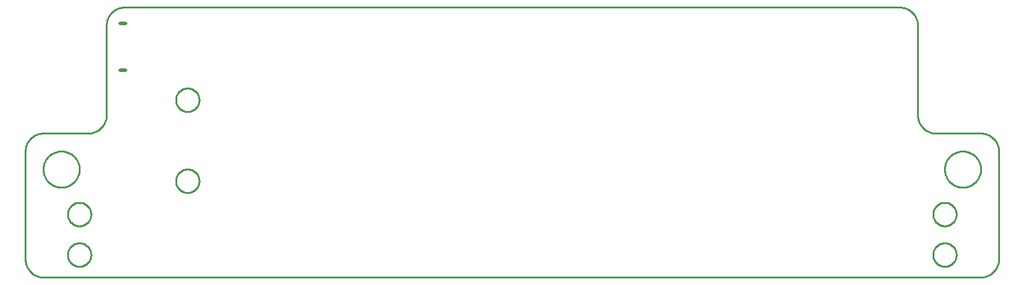
<source format=gbr>
G04 EAGLE Gerber RS-274X export*
G75*
%MOMM*%
%FSLAX34Y34*%
%LPD*%
%IN*%
%IPPOS*%
%AMOC8*
5,1,8,0,0,1.08239X$1,22.5*%
G01*
%ADD10C,0.508000*%
%ADD11C,0.254000*%


D10*
X140970Y358120D02*
X133350Y358120D01*
X133350Y292120D02*
X140970Y292120D01*
D11*
X0Y25400D02*
X97Y23186D01*
X386Y20989D01*
X865Y18826D01*
X1532Y16713D01*
X2380Y14666D01*
X3403Y12700D01*
X4594Y10831D01*
X5942Y9073D01*
X7440Y7440D01*
X9073Y5942D01*
X10831Y4594D01*
X12700Y3403D01*
X14666Y2380D01*
X16713Y1532D01*
X18826Y865D01*
X20989Y386D01*
X23186Y97D01*
X25400Y0D01*
X1346200Y0D01*
X1348414Y97D01*
X1350611Y386D01*
X1352774Y865D01*
X1354887Y1532D01*
X1356935Y2380D01*
X1358900Y3403D01*
X1360769Y4594D01*
X1362527Y5942D01*
X1364161Y7440D01*
X1365658Y9073D01*
X1367006Y10831D01*
X1368197Y12700D01*
X1369220Y14666D01*
X1370068Y16713D01*
X1370735Y18826D01*
X1371214Y20989D01*
X1371503Y23186D01*
X1371600Y25400D01*
X1371600Y177800D01*
X1371503Y180014D01*
X1371214Y182211D01*
X1370735Y184374D01*
X1370068Y186487D01*
X1369220Y188535D01*
X1368197Y190500D01*
X1367006Y192369D01*
X1365658Y194127D01*
X1364161Y195761D01*
X1362527Y197258D01*
X1360769Y198606D01*
X1358900Y199797D01*
X1356935Y200820D01*
X1354887Y201668D01*
X1352774Y202335D01*
X1350611Y202814D01*
X1348414Y203103D01*
X1346200Y203200D01*
X1282700Y203200D01*
X1280486Y203297D01*
X1278289Y203586D01*
X1276126Y204065D01*
X1274013Y204732D01*
X1271966Y205580D01*
X1270000Y206603D01*
X1268131Y207794D01*
X1266373Y209142D01*
X1264740Y210640D01*
X1263242Y212273D01*
X1261894Y214031D01*
X1260703Y215900D01*
X1259680Y217866D01*
X1258832Y219913D01*
X1258165Y222026D01*
X1257686Y224189D01*
X1257397Y226386D01*
X1257300Y228600D01*
X1257300Y355600D01*
X1257203Y357814D01*
X1256914Y360011D01*
X1256435Y362174D01*
X1255768Y364287D01*
X1254920Y366335D01*
X1253897Y368300D01*
X1252706Y370169D01*
X1251358Y371927D01*
X1249861Y373561D01*
X1248227Y375058D01*
X1246469Y376406D01*
X1244600Y377597D01*
X1242635Y378620D01*
X1240587Y379468D01*
X1238474Y380135D01*
X1236311Y380614D01*
X1234114Y380903D01*
X1231900Y381000D01*
X139700Y381000D01*
X137486Y380903D01*
X135289Y380614D01*
X133126Y380135D01*
X131013Y379468D01*
X128966Y378620D01*
X127000Y377597D01*
X125131Y376406D01*
X123373Y375058D01*
X121740Y373561D01*
X120242Y371927D01*
X118894Y370169D01*
X117703Y368300D01*
X116680Y366335D01*
X115832Y364287D01*
X115165Y362174D01*
X114686Y360011D01*
X114397Y357814D01*
X114300Y355600D01*
X114300Y228600D01*
X114203Y226386D01*
X113914Y224189D01*
X113435Y222026D01*
X112768Y219913D01*
X111920Y217866D01*
X110897Y215900D01*
X109706Y214031D01*
X108358Y212273D01*
X106861Y210640D01*
X105227Y209142D01*
X103469Y207794D01*
X101600Y206603D01*
X99635Y205580D01*
X97587Y204732D01*
X95474Y204065D01*
X93311Y203586D01*
X91114Y203297D01*
X88900Y203200D01*
X25400Y203200D01*
X23186Y203103D01*
X20989Y202814D01*
X18826Y202335D01*
X16713Y201668D01*
X14666Y200820D01*
X12700Y199797D01*
X10831Y198606D01*
X9073Y197258D01*
X7440Y195761D01*
X5942Y194127D01*
X4594Y192369D01*
X3403Y190500D01*
X2380Y188535D01*
X1532Y186487D01*
X865Y184374D01*
X386Y182211D01*
X97Y180014D01*
X0Y177800D01*
X0Y25400D01*
X76200Y151687D02*
X76120Y150264D01*
X75961Y148848D01*
X75722Y147443D01*
X75405Y146053D01*
X75010Y144684D01*
X74539Y143338D01*
X73994Y142021D01*
X73375Y140737D01*
X72686Y139490D01*
X71928Y138283D01*
X71103Y137121D01*
X70214Y136006D01*
X69264Y134943D01*
X68257Y133936D01*
X67194Y132986D01*
X66079Y132097D01*
X64917Y131272D01*
X63710Y130514D01*
X62463Y129825D01*
X61179Y129206D01*
X59862Y128661D01*
X58516Y128190D01*
X57147Y127795D01*
X55757Y127478D01*
X54352Y127240D01*
X52936Y127080D01*
X51513Y127000D01*
X50087Y127000D01*
X48664Y127080D01*
X47248Y127240D01*
X45843Y127478D01*
X44453Y127795D01*
X43084Y128190D01*
X41738Y128661D01*
X40421Y129206D01*
X39137Y129825D01*
X37890Y130514D01*
X36683Y131272D01*
X35521Y132097D01*
X34406Y132986D01*
X33343Y133936D01*
X32336Y134943D01*
X31386Y136006D01*
X30497Y137121D01*
X29672Y138283D01*
X28914Y139490D01*
X28225Y140737D01*
X27606Y142021D01*
X27061Y143338D01*
X26590Y144684D01*
X26195Y146053D01*
X25878Y147443D01*
X25640Y148848D01*
X25480Y150264D01*
X25400Y151687D01*
X25400Y153113D01*
X25480Y154536D01*
X25640Y155952D01*
X25878Y157357D01*
X26195Y158747D01*
X26590Y160116D01*
X27061Y161462D01*
X27606Y162779D01*
X28225Y164063D01*
X28914Y165310D01*
X29672Y166517D01*
X30497Y167679D01*
X31386Y168794D01*
X32336Y169857D01*
X33343Y170864D01*
X34406Y171814D01*
X35521Y172703D01*
X36683Y173528D01*
X37890Y174286D01*
X39137Y174975D01*
X40421Y175594D01*
X41738Y176139D01*
X43084Y176610D01*
X44453Y177005D01*
X45843Y177322D01*
X47248Y177561D01*
X48664Y177720D01*
X50087Y177800D01*
X51513Y177800D01*
X52936Y177720D01*
X54352Y177561D01*
X55757Y177322D01*
X57147Y177005D01*
X58516Y176610D01*
X59862Y176139D01*
X61179Y175594D01*
X62463Y174975D01*
X63710Y174286D01*
X64917Y173528D01*
X66079Y172703D01*
X67194Y171814D01*
X68257Y170864D01*
X69264Y169857D01*
X70214Y168794D01*
X71103Y167679D01*
X71928Y166517D01*
X72686Y165310D01*
X73375Y164063D01*
X73994Y162779D01*
X74539Y161462D01*
X75010Y160116D01*
X75405Y158747D01*
X75722Y157357D01*
X75961Y155952D01*
X76120Y154536D01*
X76200Y153113D01*
X76200Y151687D01*
X1346200Y151687D02*
X1346120Y150264D01*
X1345961Y148848D01*
X1345722Y147443D01*
X1345405Y146053D01*
X1345010Y144684D01*
X1344539Y143338D01*
X1343994Y142021D01*
X1343375Y140737D01*
X1342686Y139490D01*
X1341928Y138283D01*
X1341103Y137121D01*
X1340214Y136006D01*
X1339264Y134943D01*
X1338257Y133936D01*
X1337194Y132986D01*
X1336079Y132097D01*
X1334917Y131272D01*
X1333710Y130514D01*
X1332463Y129825D01*
X1331179Y129206D01*
X1329862Y128661D01*
X1328516Y128190D01*
X1327147Y127795D01*
X1325757Y127478D01*
X1324352Y127240D01*
X1322936Y127080D01*
X1321513Y127000D01*
X1320087Y127000D01*
X1318664Y127080D01*
X1317248Y127240D01*
X1315843Y127478D01*
X1314453Y127795D01*
X1313084Y128190D01*
X1311738Y128661D01*
X1310421Y129206D01*
X1309137Y129825D01*
X1307890Y130514D01*
X1306683Y131272D01*
X1305521Y132097D01*
X1304406Y132986D01*
X1303343Y133936D01*
X1302336Y134943D01*
X1301386Y136006D01*
X1300497Y137121D01*
X1299672Y138283D01*
X1298914Y139490D01*
X1298225Y140737D01*
X1297606Y142021D01*
X1297061Y143338D01*
X1296590Y144684D01*
X1296195Y146053D01*
X1295878Y147443D01*
X1295640Y148848D01*
X1295480Y150264D01*
X1295400Y151687D01*
X1295400Y153113D01*
X1295480Y154536D01*
X1295640Y155952D01*
X1295878Y157357D01*
X1296195Y158747D01*
X1296590Y160116D01*
X1297061Y161462D01*
X1297606Y162779D01*
X1298225Y164063D01*
X1298914Y165310D01*
X1299672Y166517D01*
X1300497Y167679D01*
X1301386Y168794D01*
X1302336Y169857D01*
X1303343Y170864D01*
X1304406Y171814D01*
X1305521Y172703D01*
X1306683Y173528D01*
X1307890Y174286D01*
X1309137Y174975D01*
X1310421Y175594D01*
X1311738Y176139D01*
X1313084Y176610D01*
X1314453Y177005D01*
X1315843Y177322D01*
X1317248Y177561D01*
X1318664Y177720D01*
X1320087Y177800D01*
X1321513Y177800D01*
X1322936Y177720D01*
X1324352Y177561D01*
X1325757Y177322D01*
X1327147Y177005D01*
X1328516Y176610D01*
X1329862Y176139D01*
X1331179Y175594D01*
X1332463Y174975D01*
X1333710Y174286D01*
X1334917Y173528D01*
X1336079Y172703D01*
X1337194Y171814D01*
X1338257Y170864D01*
X1339264Y169857D01*
X1340214Y168794D01*
X1341103Y167679D01*
X1341928Y166517D01*
X1342686Y165310D01*
X1343375Y164063D01*
X1343994Y162779D01*
X1344539Y161462D01*
X1345010Y160116D01*
X1345405Y158747D01*
X1345722Y157357D01*
X1345961Y155952D01*
X1346120Y154536D01*
X1346200Y153113D01*
X1346200Y151687D01*
X92710Y88360D02*
X92639Y87281D01*
X92498Y86209D01*
X92287Y85149D01*
X92008Y84105D01*
X91660Y83081D01*
X91246Y82083D01*
X90768Y81113D01*
X90228Y80177D01*
X89627Y79278D01*
X88969Y78421D01*
X88257Y77608D01*
X87492Y76844D01*
X86679Y76131D01*
X85822Y75473D01*
X84923Y74872D01*
X83987Y74332D01*
X83017Y73854D01*
X82019Y73440D01*
X80995Y73092D01*
X79951Y72813D01*
X78891Y72602D01*
X77819Y72461D01*
X76740Y72390D01*
X75660Y72390D01*
X74581Y72461D01*
X73509Y72602D01*
X72449Y72813D01*
X71405Y73092D01*
X70381Y73440D01*
X69383Y73854D01*
X68413Y74332D01*
X67477Y74872D01*
X66578Y75473D01*
X65721Y76131D01*
X64908Y76844D01*
X64144Y77608D01*
X63431Y78421D01*
X62773Y79278D01*
X62172Y80177D01*
X61632Y81113D01*
X61154Y82083D01*
X60740Y83081D01*
X60392Y84105D01*
X60113Y85149D01*
X59902Y86209D01*
X59761Y87281D01*
X59690Y88360D01*
X59690Y89440D01*
X59761Y90519D01*
X59902Y91591D01*
X60113Y92651D01*
X60392Y93695D01*
X60740Y94719D01*
X61154Y95717D01*
X61632Y96687D01*
X62172Y97623D01*
X62773Y98522D01*
X63431Y99379D01*
X64144Y100192D01*
X64908Y100957D01*
X65721Y101669D01*
X66578Y102327D01*
X67477Y102928D01*
X68413Y103468D01*
X69383Y103946D01*
X70381Y104360D01*
X71405Y104708D01*
X72449Y104987D01*
X73509Y105198D01*
X74581Y105339D01*
X75660Y105410D01*
X76740Y105410D01*
X77819Y105339D01*
X78891Y105198D01*
X79951Y104987D01*
X80995Y104708D01*
X82019Y104360D01*
X83017Y103946D01*
X83987Y103468D01*
X84923Y102928D01*
X85822Y102327D01*
X86679Y101669D01*
X87492Y100957D01*
X88257Y100192D01*
X88969Y99379D01*
X89627Y98522D01*
X90228Y97623D01*
X90768Y96687D01*
X91246Y95717D01*
X91660Y94719D01*
X92008Y93695D01*
X92287Y92651D01*
X92498Y91591D01*
X92639Y90519D01*
X92710Y89440D01*
X92710Y88360D01*
X92710Y31210D02*
X92639Y30131D01*
X92498Y29059D01*
X92287Y27999D01*
X92008Y26955D01*
X91660Y25931D01*
X91246Y24933D01*
X90768Y23963D01*
X90228Y23027D01*
X89627Y22128D01*
X88969Y21271D01*
X88257Y20458D01*
X87492Y19694D01*
X86679Y18981D01*
X85822Y18323D01*
X84923Y17722D01*
X83987Y17182D01*
X83017Y16704D01*
X82019Y16290D01*
X80995Y15942D01*
X79951Y15663D01*
X78891Y15452D01*
X77819Y15311D01*
X76740Y15240D01*
X75660Y15240D01*
X74581Y15311D01*
X73509Y15452D01*
X72449Y15663D01*
X71405Y15942D01*
X70381Y16290D01*
X69383Y16704D01*
X68413Y17182D01*
X67477Y17722D01*
X66578Y18323D01*
X65721Y18981D01*
X64908Y19694D01*
X64144Y20458D01*
X63431Y21271D01*
X62773Y22128D01*
X62172Y23027D01*
X61632Y23963D01*
X61154Y24933D01*
X60740Y25931D01*
X60392Y26955D01*
X60113Y27999D01*
X59902Y29059D01*
X59761Y30131D01*
X59690Y31210D01*
X59690Y32290D01*
X59761Y33369D01*
X59902Y34441D01*
X60113Y35501D01*
X60392Y36545D01*
X60740Y37569D01*
X61154Y38567D01*
X61632Y39537D01*
X62172Y40473D01*
X62773Y41372D01*
X63431Y42229D01*
X64144Y43042D01*
X64908Y43807D01*
X65721Y44519D01*
X66578Y45177D01*
X67477Y45778D01*
X68413Y46318D01*
X69383Y46796D01*
X70381Y47210D01*
X71405Y47558D01*
X72449Y47837D01*
X73509Y48048D01*
X74581Y48189D01*
X75660Y48260D01*
X76740Y48260D01*
X77819Y48189D01*
X78891Y48048D01*
X79951Y47837D01*
X80995Y47558D01*
X82019Y47210D01*
X83017Y46796D01*
X83987Y46318D01*
X84923Y45778D01*
X85822Y45177D01*
X86679Y44519D01*
X87492Y43807D01*
X88257Y43042D01*
X88969Y42229D01*
X89627Y41372D01*
X90228Y40473D01*
X90768Y39537D01*
X91246Y38567D01*
X91660Y37569D01*
X92008Y36545D01*
X92287Y35501D01*
X92498Y34441D01*
X92639Y33369D01*
X92710Y32290D01*
X92710Y31210D01*
X1311910Y31210D02*
X1311839Y30131D01*
X1311698Y29059D01*
X1311487Y27999D01*
X1311208Y26955D01*
X1310860Y25931D01*
X1310446Y24933D01*
X1309968Y23963D01*
X1309428Y23027D01*
X1308827Y22128D01*
X1308169Y21271D01*
X1307457Y20458D01*
X1306692Y19694D01*
X1305879Y18981D01*
X1305022Y18323D01*
X1304123Y17722D01*
X1303187Y17182D01*
X1302217Y16704D01*
X1301219Y16290D01*
X1300195Y15942D01*
X1299151Y15663D01*
X1298091Y15452D01*
X1297019Y15311D01*
X1295940Y15240D01*
X1294860Y15240D01*
X1293781Y15311D01*
X1292709Y15452D01*
X1291649Y15663D01*
X1290605Y15942D01*
X1289581Y16290D01*
X1288583Y16704D01*
X1287613Y17182D01*
X1286677Y17722D01*
X1285778Y18323D01*
X1284921Y18981D01*
X1284108Y19694D01*
X1283344Y20458D01*
X1282631Y21271D01*
X1281973Y22128D01*
X1281372Y23027D01*
X1280832Y23963D01*
X1280354Y24933D01*
X1279940Y25931D01*
X1279592Y26955D01*
X1279313Y27999D01*
X1279102Y29059D01*
X1278961Y30131D01*
X1278890Y31210D01*
X1278890Y32290D01*
X1278961Y33369D01*
X1279102Y34441D01*
X1279313Y35501D01*
X1279592Y36545D01*
X1279940Y37569D01*
X1280354Y38567D01*
X1280832Y39537D01*
X1281372Y40473D01*
X1281973Y41372D01*
X1282631Y42229D01*
X1283344Y43042D01*
X1284108Y43807D01*
X1284921Y44519D01*
X1285778Y45177D01*
X1286677Y45778D01*
X1287613Y46318D01*
X1288583Y46796D01*
X1289581Y47210D01*
X1290605Y47558D01*
X1291649Y47837D01*
X1292709Y48048D01*
X1293781Y48189D01*
X1294860Y48260D01*
X1295940Y48260D01*
X1297019Y48189D01*
X1298091Y48048D01*
X1299151Y47837D01*
X1300195Y47558D01*
X1301219Y47210D01*
X1302217Y46796D01*
X1303187Y46318D01*
X1304123Y45778D01*
X1305022Y45177D01*
X1305879Y44519D01*
X1306692Y43807D01*
X1307457Y43042D01*
X1308169Y42229D01*
X1308827Y41372D01*
X1309428Y40473D01*
X1309968Y39537D01*
X1310446Y38567D01*
X1310860Y37569D01*
X1311208Y36545D01*
X1311487Y35501D01*
X1311698Y34441D01*
X1311839Y33369D01*
X1311910Y32290D01*
X1311910Y31210D01*
X1311910Y88360D02*
X1311839Y87281D01*
X1311698Y86209D01*
X1311487Y85149D01*
X1311208Y84105D01*
X1310860Y83081D01*
X1310446Y82083D01*
X1309968Y81113D01*
X1309428Y80177D01*
X1308827Y79278D01*
X1308169Y78421D01*
X1307457Y77608D01*
X1306692Y76844D01*
X1305879Y76131D01*
X1305022Y75473D01*
X1304123Y74872D01*
X1303187Y74332D01*
X1302217Y73854D01*
X1301219Y73440D01*
X1300195Y73092D01*
X1299151Y72813D01*
X1298091Y72602D01*
X1297019Y72461D01*
X1295940Y72390D01*
X1294860Y72390D01*
X1293781Y72461D01*
X1292709Y72602D01*
X1291649Y72813D01*
X1290605Y73092D01*
X1289581Y73440D01*
X1288583Y73854D01*
X1287613Y74332D01*
X1286677Y74872D01*
X1285778Y75473D01*
X1284921Y76131D01*
X1284108Y76844D01*
X1283344Y77608D01*
X1282631Y78421D01*
X1281973Y79278D01*
X1281372Y80177D01*
X1280832Y81113D01*
X1280354Y82083D01*
X1279940Y83081D01*
X1279592Y84105D01*
X1279313Y85149D01*
X1279102Y86209D01*
X1278961Y87281D01*
X1278890Y88360D01*
X1278890Y89440D01*
X1278961Y90519D01*
X1279102Y91591D01*
X1279313Y92651D01*
X1279592Y93695D01*
X1279940Y94719D01*
X1280354Y95717D01*
X1280832Y96687D01*
X1281372Y97623D01*
X1281973Y98522D01*
X1282631Y99379D01*
X1283344Y100192D01*
X1284108Y100957D01*
X1284921Y101669D01*
X1285778Y102327D01*
X1286677Y102928D01*
X1287613Y103468D01*
X1288583Y103946D01*
X1289581Y104360D01*
X1290605Y104708D01*
X1291649Y104987D01*
X1292709Y105198D01*
X1293781Y105339D01*
X1294860Y105410D01*
X1295940Y105410D01*
X1297019Y105339D01*
X1298091Y105198D01*
X1299151Y104987D01*
X1300195Y104708D01*
X1301219Y104360D01*
X1302217Y103946D01*
X1303187Y103468D01*
X1304123Y102928D01*
X1305022Y102327D01*
X1305879Y101669D01*
X1306692Y100957D01*
X1307457Y100192D01*
X1308169Y99379D01*
X1308827Y98522D01*
X1309428Y97623D01*
X1309968Y96687D01*
X1310446Y95717D01*
X1310860Y94719D01*
X1311208Y93695D01*
X1311487Y92651D01*
X1311698Y91591D01*
X1311839Y90519D01*
X1311910Y89440D01*
X1311910Y88360D01*
X228049Y119398D02*
X226971Y119469D01*
X225900Y119610D01*
X224841Y119820D01*
X223797Y120100D01*
X222774Y120447D01*
X221776Y120861D01*
X220807Y121338D01*
X219872Y121879D01*
X218974Y122479D01*
X218117Y123136D01*
X217304Y123849D01*
X216540Y124613D01*
X215828Y125425D01*
X215170Y126282D01*
X214570Y127180D01*
X214030Y128116D01*
X213552Y129085D01*
X213139Y130083D01*
X212792Y131106D01*
X212512Y132149D01*
X212301Y133209D01*
X212160Y134280D01*
X212090Y135358D01*
X212090Y136438D01*
X212160Y137516D01*
X212301Y138587D01*
X212512Y139647D01*
X212792Y140690D01*
X213139Y141713D01*
X213552Y142711D01*
X214030Y143680D01*
X214570Y144616D01*
X215170Y145514D01*
X215828Y146371D01*
X216540Y147183D01*
X217304Y147947D01*
X218117Y148659D01*
X218974Y149317D01*
X219872Y149917D01*
X220807Y150457D01*
X221776Y150935D01*
X222774Y151349D01*
X223797Y151696D01*
X224841Y151976D01*
X225900Y152186D01*
X226971Y152327D01*
X228049Y152398D01*
X229130Y152398D01*
X230208Y152327D01*
X231279Y152186D01*
X232338Y151976D01*
X233382Y151696D01*
X234405Y151349D01*
X235403Y150935D01*
X236372Y150457D01*
X237307Y149917D01*
X238206Y149317D01*
X239063Y148659D01*
X239875Y147947D01*
X240639Y147183D01*
X241351Y146371D01*
X242009Y145514D01*
X242609Y144616D01*
X243149Y143680D01*
X243627Y142711D01*
X244040Y141713D01*
X244388Y140690D01*
X244667Y139647D01*
X244878Y138587D01*
X245019Y137516D01*
X245090Y136438D01*
X245090Y135358D01*
X245019Y134280D01*
X244878Y133209D01*
X244667Y132149D01*
X244388Y131106D01*
X244040Y130083D01*
X243627Y129085D01*
X243149Y128116D01*
X242609Y127180D01*
X242009Y126282D01*
X241351Y125425D01*
X240639Y124613D01*
X239875Y123849D01*
X239063Y123136D01*
X238206Y122479D01*
X237307Y121879D01*
X236372Y121338D01*
X235403Y120861D01*
X234405Y120447D01*
X233382Y120100D01*
X232338Y119820D01*
X231279Y119610D01*
X230208Y119469D01*
X229130Y119398D01*
X228049Y119398D01*
X228049Y233698D02*
X226971Y233769D01*
X225900Y233910D01*
X224841Y234120D01*
X223797Y234400D01*
X222774Y234747D01*
X221776Y235161D01*
X220807Y235638D01*
X219872Y236179D01*
X218974Y236779D01*
X218117Y237436D01*
X217304Y238149D01*
X216540Y238913D01*
X215828Y239725D01*
X215170Y240582D01*
X214570Y241480D01*
X214030Y242416D01*
X213552Y243385D01*
X213139Y244383D01*
X212792Y245406D01*
X212512Y246449D01*
X212301Y247509D01*
X212160Y248580D01*
X212090Y249658D01*
X212090Y250738D01*
X212160Y251816D01*
X212301Y252887D01*
X212512Y253947D01*
X212792Y254990D01*
X213139Y256013D01*
X213552Y257011D01*
X214030Y257980D01*
X214570Y258916D01*
X215170Y259814D01*
X215828Y260671D01*
X216540Y261483D01*
X217304Y262247D01*
X218117Y262959D01*
X218974Y263617D01*
X219872Y264217D01*
X220807Y264757D01*
X221776Y265235D01*
X222774Y265649D01*
X223797Y265996D01*
X224841Y266276D01*
X225900Y266486D01*
X226971Y266627D01*
X228049Y266698D01*
X229130Y266698D01*
X230208Y266627D01*
X231279Y266486D01*
X232338Y266276D01*
X233382Y265996D01*
X234405Y265649D01*
X235403Y265235D01*
X236372Y264757D01*
X237307Y264217D01*
X238206Y263617D01*
X239063Y262959D01*
X239875Y262247D01*
X240639Y261483D01*
X241351Y260671D01*
X242009Y259814D01*
X242609Y258916D01*
X243149Y257980D01*
X243627Y257011D01*
X244040Y256013D01*
X244388Y254990D01*
X244667Y253947D01*
X244878Y252887D01*
X245019Y251816D01*
X245090Y250738D01*
X245090Y249658D01*
X245019Y248580D01*
X244878Y247509D01*
X244667Y246449D01*
X244388Y245406D01*
X244040Y244383D01*
X243627Y243385D01*
X243149Y242416D01*
X242609Y241480D01*
X242009Y240582D01*
X241351Y239725D01*
X240639Y238913D01*
X239875Y238149D01*
X239063Y237436D01*
X238206Y236779D01*
X237307Y236179D01*
X236372Y235638D01*
X235403Y235161D01*
X234405Y234747D01*
X233382Y234400D01*
X232338Y234120D01*
X231279Y233910D01*
X230208Y233769D01*
X229130Y233698D01*
X228049Y233698D01*
M02*

</source>
